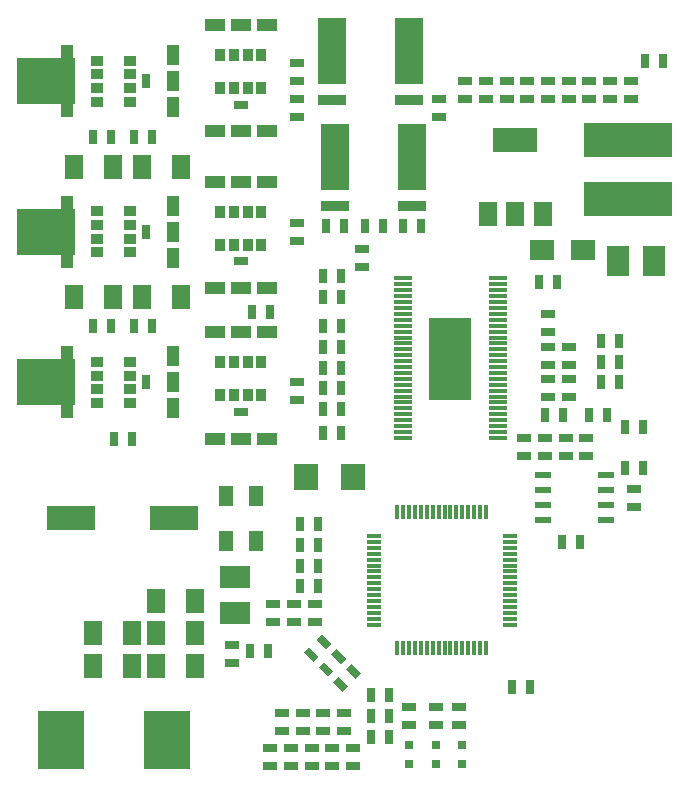
<source format=gtp>
G04 #@! TF.FileFunction,Paste,Top*
%FSLAX46Y46*%
G04 Gerber Fmt 4.6, Leading zero omitted, Abs format (unit mm)*
G04 Created by KiCad (PCBNEW 4.0.6) date 07/13/17 22:09:39*
%MOMM*%
%LPD*%
G01*
G04 APERTURE LIST*
%ADD10C,0.100000*%
%ADD11R,0.635000X1.143000*%
%ADD12R,1.143000X0.635000*%
%ADD13R,1.501140X0.299720*%
%ADD14R,3.599180X7.000240*%
%ADD15R,2.499360X1.950720*%
%ADD16R,1.950720X2.499360*%
%ADD17R,7.498080X2.997200*%
%ADD18R,4.000000X5.000000*%
%ADD19R,5.000000X4.000000*%
%ADD20R,2.438400X5.588000*%
%ADD21R,2.438400X0.889000*%
%ADD22R,1.300480X0.300000*%
%ADD23R,0.300000X1.300480*%
%ADD24R,1.399540X0.599440*%
%ADD25R,1.198880X1.800860*%
%ADD26R,0.701040X1.300480*%
%ADD27R,1.099820X0.850900*%
%ADD28R,1.099820X1.699260*%
%ADD29R,1.300480X0.701040*%
%ADD30R,0.850900X1.099820*%
%ADD31R,1.699260X1.099820*%
%ADD32R,0.800000X0.800000*%
%ADD33R,2.100580X1.699260*%
%ADD34R,3.800000X2.000000*%
%ADD35R,1.500000X2.000000*%
%ADD36R,1.524000X2.032000*%
%ADD37R,1.998980X2.301240*%
%ADD38R,4.100000X2.000000*%
G04 APERTURE END LIST*
D10*
D11*
X50512000Y-127750000D03*
X48988000Y-127750000D03*
D12*
X71750000Y-115262000D03*
X71750000Y-113738000D03*
D13*
X57749500Y-109696220D03*
X57749500Y-110196600D03*
X57749500Y-110696980D03*
X57749500Y-111197360D03*
X57749500Y-111697740D03*
X57749500Y-112195580D03*
X57749500Y-112695960D03*
X57749500Y-113196340D03*
X57749500Y-113696720D03*
X57749500Y-114197100D03*
X57749500Y-114697480D03*
X57749500Y-105197880D03*
X57749500Y-105695720D03*
X57749500Y-106196100D03*
X65750500Y-110696980D03*
X57749500Y-107196860D03*
X57749500Y-107697240D03*
X57749500Y-108197620D03*
X57749500Y-108695460D03*
X57749500Y-109195840D03*
X65750500Y-113196340D03*
X65750500Y-112695960D03*
X65750500Y-112195580D03*
X65750500Y-111697740D03*
X65750500Y-111197360D03*
X57749500Y-106696480D03*
X65750500Y-110196600D03*
X65750500Y-109696220D03*
X65750500Y-109195840D03*
X65750500Y-108695460D03*
X65750500Y-108197620D03*
X65750500Y-107697240D03*
X65750500Y-107196860D03*
X65750500Y-118695440D03*
X65750500Y-118197600D03*
X65750500Y-117697220D03*
X65750500Y-117196840D03*
X65750500Y-116696460D03*
X65750500Y-116196080D03*
X65750500Y-115695700D03*
X65750500Y-115197860D03*
X65750500Y-114697480D03*
X65750500Y-114197100D03*
X65750500Y-113696720D03*
X65750500Y-106696480D03*
X65750500Y-106196100D03*
X65750500Y-105695720D03*
X65750500Y-105197880D03*
X57749500Y-115197860D03*
X57749500Y-115695700D03*
X57749500Y-116196080D03*
X57749500Y-116696460D03*
X57749500Y-117196840D03*
X57749500Y-117697220D03*
X57749500Y-118197600D03*
X57749500Y-118695440D03*
D14*
X61750000Y-112000000D03*
D11*
X51000000Y-118250000D03*
X52524000Y-118250000D03*
D12*
X48500000Y-134262000D03*
X48500000Y-132738000D03*
D11*
X46262000Y-136750000D03*
X44738000Y-136750000D03*
X79762000Y-86750000D03*
X78238000Y-86750000D03*
D12*
X63000000Y-90012000D03*
X63000000Y-88488000D03*
X71750000Y-90012000D03*
X71750000Y-88488000D03*
X77000000Y-90012000D03*
X77000000Y-88488000D03*
X46500000Y-146512000D03*
X46500000Y-144988000D03*
X48250000Y-146512000D03*
X48250000Y-144988000D03*
X50000000Y-146512000D03*
X50000000Y-144988000D03*
X51750000Y-146512000D03*
X51750000Y-144988000D03*
X53500000Y-146512000D03*
X53500000Y-144988000D03*
D11*
X50512000Y-126000000D03*
X48988000Y-126000000D03*
X67000000Y-139750000D03*
X68524000Y-139750000D03*
X71226000Y-127500000D03*
X72750000Y-127500000D03*
D12*
X70000000Y-112512000D03*
X70000000Y-110988000D03*
X69750000Y-120250000D03*
X69750000Y-118726000D03*
X70000000Y-115262000D03*
X70000000Y-113738000D03*
X73250000Y-118726000D03*
X73250000Y-120250000D03*
X70000000Y-109762000D03*
X70000000Y-108238000D03*
D11*
X70774000Y-105500000D03*
X69250000Y-105500000D03*
D12*
X47500000Y-143512000D03*
X47500000Y-141988000D03*
D15*
X43500000Y-130476000D03*
X43500000Y-133524000D03*
D12*
X71750000Y-112512000D03*
X71750000Y-110988000D03*
D11*
X50976000Y-114500000D03*
X52500000Y-114500000D03*
X50988000Y-109250000D03*
X52512000Y-109250000D03*
X52524000Y-106750000D03*
X51000000Y-106750000D03*
D12*
X49250000Y-141988000D03*
X49250000Y-143512000D03*
D11*
X48988000Y-129500000D03*
X50512000Y-129500000D03*
D16*
X79024000Y-103750000D03*
X75976000Y-103750000D03*
D12*
X54250000Y-104250000D03*
X54250000Y-102726000D03*
X51000000Y-141988000D03*
X51000000Y-143512000D03*
D11*
X54488000Y-100750000D03*
X56012000Y-100750000D03*
X56512000Y-142250000D03*
X54988000Y-142250000D03*
D12*
X52750000Y-143512000D03*
X52750000Y-141988000D03*
D17*
X76750000Y-98499360D03*
X76750000Y-93500640D03*
D18*
X37750000Y-144250000D03*
X28750000Y-144250000D03*
D19*
X27500000Y-88500000D03*
X27500000Y-101250000D03*
X27500000Y-114000000D03*
D11*
X54988000Y-144000000D03*
X56512000Y-144000000D03*
X56512000Y-140500000D03*
X54988000Y-140500000D03*
D12*
X46750000Y-134262000D03*
X46750000Y-132738000D03*
X50250000Y-134262000D03*
X50250000Y-132738000D03*
X43250000Y-136238000D03*
X43250000Y-137762000D03*
D11*
X76012000Y-110500000D03*
X74488000Y-110500000D03*
X50512000Y-131250000D03*
X48988000Y-131250000D03*
D12*
X75250000Y-88488000D03*
X75250000Y-90012000D03*
X70000000Y-88488000D03*
X70000000Y-90012000D03*
X64750000Y-88488000D03*
X64750000Y-90012000D03*
X66500000Y-88488000D03*
X66500000Y-90012000D03*
X68250000Y-88488000D03*
X68250000Y-90012000D03*
X73500000Y-88488000D03*
X73500000Y-90012000D03*
D11*
X78012000Y-117750000D03*
X76488000Y-117750000D03*
X75012000Y-116750000D03*
X73488000Y-116750000D03*
D12*
X71500000Y-120250000D03*
X71500000Y-118726000D03*
D11*
X69738000Y-116750000D03*
X71262000Y-116750000D03*
D12*
X68000000Y-120250000D03*
X68000000Y-118726000D03*
X58250000Y-143012000D03*
X58250000Y-141488000D03*
X48750000Y-86988000D03*
X48750000Y-88512000D03*
D10*
G36*
X52640790Y-140167433D02*
X51832567Y-139359210D01*
X52281580Y-138910197D01*
X53089803Y-139718420D01*
X52640790Y-140167433D01*
X52640790Y-140167433D01*
G37*
G36*
X53718420Y-139089803D02*
X52910197Y-138281580D01*
X53359210Y-137832567D01*
X54167433Y-138640790D01*
X53718420Y-139089803D01*
X53718420Y-139089803D01*
G37*
D11*
X50988000Y-116250000D03*
X52512000Y-116250000D03*
D12*
X48750000Y-100488000D03*
X48750000Y-102012000D03*
D10*
G36*
X51390790Y-138917433D02*
X50582567Y-138109210D01*
X51031580Y-137660197D01*
X51839803Y-138468420D01*
X51390790Y-138917433D01*
X51390790Y-138917433D01*
G37*
G36*
X52468420Y-137839803D02*
X51660197Y-137031580D01*
X52109210Y-136582567D01*
X52917433Y-137390790D01*
X52468420Y-137839803D01*
X52468420Y-137839803D01*
G37*
D11*
X50988000Y-112750000D03*
X52512000Y-112750000D03*
X51000000Y-111000000D03*
X52524000Y-111000000D03*
X33226000Y-118750000D03*
X34750000Y-118750000D03*
D12*
X48750000Y-113976000D03*
X48750000Y-115500000D03*
D10*
G36*
X50140790Y-137667433D02*
X49332567Y-136859210D01*
X49781580Y-136410197D01*
X50589803Y-137218420D01*
X50140790Y-137667433D01*
X50140790Y-137667433D01*
G37*
G36*
X51218420Y-136589803D02*
X50410197Y-135781580D01*
X50859210Y-135332567D01*
X51667433Y-136140790D01*
X51218420Y-136589803D01*
X51218420Y-136589803D01*
G37*
D11*
X44988000Y-108000000D03*
X46512000Y-108000000D03*
X34988000Y-109250000D03*
X36512000Y-109250000D03*
X31488000Y-109250000D03*
X33012000Y-109250000D03*
D12*
X60500000Y-143012000D03*
X60500000Y-141488000D03*
X62500000Y-143012000D03*
X62500000Y-141488000D03*
D11*
X50976000Y-105000000D03*
X52500000Y-105000000D03*
X34988000Y-93250000D03*
X36512000Y-93250000D03*
X31488000Y-93250000D03*
X33012000Y-93250000D03*
D12*
X60750000Y-89988000D03*
X60750000Y-91512000D03*
X48750000Y-89988000D03*
X48750000Y-91512000D03*
D11*
X51238000Y-100750000D03*
X52762000Y-100750000D03*
X59262000Y-100750000D03*
X57738000Y-100750000D03*
D20*
X58488500Y-94952000D03*
X52011500Y-94952000D03*
D21*
X58488500Y-99079500D03*
X52011500Y-99079500D03*
D20*
X58238500Y-85952000D03*
X51761500Y-85952000D03*
D21*
X58238500Y-90079500D03*
X51761500Y-90079500D03*
D11*
X74488000Y-112250000D03*
X76012000Y-112250000D03*
X74488000Y-114000000D03*
X76012000Y-114000000D03*
D12*
X77250000Y-123000000D03*
X77250000Y-124524000D03*
D11*
X76488000Y-121250000D03*
X78012000Y-121250000D03*
D22*
X55249440Y-128499560D03*
X55249440Y-128999940D03*
X55249440Y-129500320D03*
X55249440Y-130000700D03*
X55249440Y-130501080D03*
X55249440Y-127000960D03*
X55249440Y-127498800D03*
X55249440Y-127999180D03*
D23*
X57250960Y-136500560D03*
X57748800Y-136500560D03*
X58249180Y-136500560D03*
X58749560Y-136500560D03*
X59249940Y-136500560D03*
X59750320Y-136500560D03*
X60250700Y-136500560D03*
X60751080Y-136500560D03*
D22*
X66750560Y-134499040D03*
X66750560Y-134001200D03*
X66750560Y-133500820D03*
X66750560Y-133000440D03*
X66750560Y-132500060D03*
X66750560Y-131999680D03*
X66750560Y-131499300D03*
X66750560Y-130998920D03*
D23*
X64749040Y-124999440D03*
X64251200Y-124999440D03*
X63750820Y-124999440D03*
X63250440Y-124999440D03*
X62750060Y-124999440D03*
X62249680Y-124999440D03*
X61749300Y-124999440D03*
X61248920Y-124999440D03*
D22*
X55249440Y-130998920D03*
X55249440Y-131499300D03*
X55249440Y-131999680D03*
D23*
X61248920Y-136500560D03*
X61749300Y-136500560D03*
X62249680Y-136500560D03*
D22*
X66750560Y-130501080D03*
X66750560Y-130000700D03*
X66750560Y-129500320D03*
D23*
X60751080Y-124999440D03*
X60250700Y-124999440D03*
X59750320Y-124999440D03*
D22*
X55249440Y-132500060D03*
X55249440Y-133000440D03*
X55249440Y-133500820D03*
X55249440Y-134001200D03*
X55249440Y-134499040D03*
D23*
X62750060Y-136500560D03*
X63250440Y-136500560D03*
X63750820Y-136500560D03*
X64251200Y-136500560D03*
X64749040Y-136500560D03*
D22*
X66750560Y-128999940D03*
X66750560Y-128499560D03*
X66750560Y-127999180D03*
X66750560Y-127498800D03*
X66750560Y-127000960D03*
D23*
X59249940Y-124999440D03*
X58749560Y-124999440D03*
X58249180Y-124999440D03*
X57748800Y-124999440D03*
X57250960Y-124999440D03*
D24*
X74917000Y-121845000D03*
X69583000Y-121845000D03*
X74917000Y-123115000D03*
X74917000Y-124385000D03*
X74917000Y-125655000D03*
X69583000Y-123115000D03*
X69583000Y-124385000D03*
X69583000Y-125655000D03*
D25*
X45249680Y-123600080D03*
X42750320Y-123600080D03*
X42750320Y-127399920D03*
X45249680Y-127399920D03*
D26*
X36000440Y-88500000D03*
D27*
X34600900Y-89079120D03*
X34600900Y-87920880D03*
X31799280Y-87920880D03*
X31799280Y-89079120D03*
X34600900Y-90229740D03*
X31799280Y-90229740D03*
X34600900Y-86770260D03*
X31799280Y-86770260D03*
D28*
X38250880Y-88500000D03*
X38250880Y-90699640D03*
X38250880Y-86300360D03*
X29251660Y-88500000D03*
X29251660Y-86300360D03*
X29251660Y-90699640D03*
D29*
X44000000Y-90500440D03*
D30*
X43420880Y-89100900D03*
X44579120Y-89100900D03*
X44579120Y-86299280D03*
X43420880Y-86299280D03*
X42270260Y-89100900D03*
X42270260Y-86299280D03*
X45729740Y-89100900D03*
X45729740Y-86299280D03*
D31*
X44000000Y-92750880D03*
X41800360Y-92750880D03*
X46199640Y-92750880D03*
X44000000Y-83751660D03*
X46199640Y-83751660D03*
X41800360Y-83751660D03*
D26*
X36000440Y-101250000D03*
D27*
X34600900Y-101829120D03*
X34600900Y-100670880D03*
X31799280Y-100670880D03*
X31799280Y-101829120D03*
X34600900Y-102979740D03*
X31799280Y-102979740D03*
X34600900Y-99520260D03*
X31799280Y-99520260D03*
D28*
X38250880Y-101250000D03*
X38250880Y-103449640D03*
X38250880Y-99050360D03*
X29251660Y-101250000D03*
X29251660Y-99050360D03*
X29251660Y-103449640D03*
D29*
X44000000Y-103750440D03*
D30*
X43420880Y-102350900D03*
X44579120Y-102350900D03*
X44579120Y-99549280D03*
X43420880Y-99549280D03*
X42270260Y-102350900D03*
X42270260Y-99549280D03*
X45729740Y-102350900D03*
X45729740Y-99549280D03*
D31*
X44000000Y-106000880D03*
X41800360Y-106000880D03*
X46199640Y-106000880D03*
X44000000Y-97001660D03*
X46199640Y-97001660D03*
X41800360Y-97001660D03*
D26*
X36000440Y-114000000D03*
D27*
X34600900Y-114579120D03*
X34600900Y-113420880D03*
X31799280Y-113420880D03*
X31799280Y-114579120D03*
X34600900Y-115729740D03*
X31799280Y-115729740D03*
X34600900Y-112270260D03*
X31799280Y-112270260D03*
D28*
X38250880Y-114000000D03*
X38250880Y-116199640D03*
X38250880Y-111800360D03*
X29251660Y-114000000D03*
X29251660Y-111800360D03*
X29251660Y-116199640D03*
D29*
X44000000Y-116500440D03*
D30*
X43420880Y-115100900D03*
X44579120Y-115100900D03*
X44579120Y-112299280D03*
X43420880Y-112299280D03*
X42270260Y-115100900D03*
X42270260Y-112299280D03*
X45729740Y-115100900D03*
X45729740Y-112299280D03*
D31*
X44000000Y-118750880D03*
X41800360Y-118750880D03*
X46199640Y-118750880D03*
X44000000Y-109751660D03*
X46199640Y-109751660D03*
X41800360Y-109751660D03*
D32*
X62750000Y-146300000D03*
X62750000Y-144700000D03*
X60500000Y-146300000D03*
X60500000Y-144700000D03*
X58250000Y-146300000D03*
X58250000Y-144700000D03*
D33*
X69520260Y-102750000D03*
X72979740Y-102750000D03*
D34*
X67250000Y-93450000D03*
D35*
X67250000Y-99750000D03*
X69550000Y-99750000D03*
X64950000Y-99750000D03*
D36*
X31448000Y-135250000D03*
X34750000Y-135250000D03*
X40151000Y-138000000D03*
X36849000Y-138000000D03*
X34750000Y-138000000D03*
X31448000Y-138000000D03*
X33151000Y-95750000D03*
X29849000Y-95750000D03*
X35599000Y-95750000D03*
X38901000Y-95750000D03*
X40151000Y-132500000D03*
X36849000Y-132500000D03*
X40151000Y-135250000D03*
X36849000Y-135250000D03*
X35599000Y-106750000D03*
X38901000Y-106750000D03*
X33151000Y-106750000D03*
X29849000Y-106750000D03*
D37*
X53509140Y-122000000D03*
X49490860Y-122000000D03*
D38*
X29650000Y-125450000D03*
X38350000Y-125450000D03*
M02*

</source>
